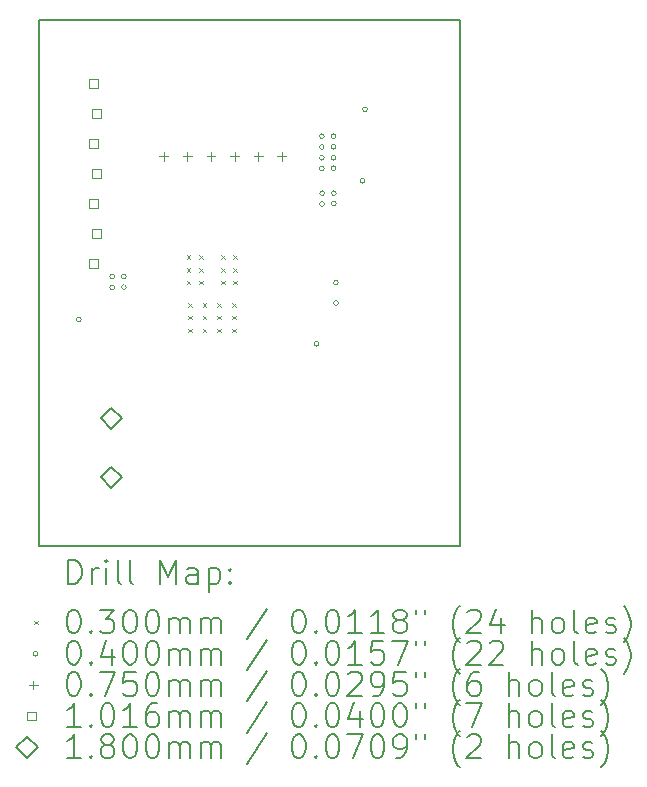
<source format=gbr>
%TF.GenerationSoftware,KiCad,Pcbnew,(6.0.7-1)-1*%
%TF.CreationDate,2022-08-20T15:23:22+08:00*%
%TF.ProjectId,VNH5050A (test),564e4835-3035-4304-9120-287465737429,rev?*%
%TF.SameCoordinates,Original*%
%TF.FileFunction,Drillmap*%
%TF.FilePolarity,Positive*%
%FSLAX45Y45*%
G04 Gerber Fmt 4.5, Leading zero omitted, Abs format (unit mm)*
G04 Created by KiCad (PCBNEW (6.0.7-1)-1) date 2022-08-20 15:23:22*
%MOMM*%
%LPD*%
G01*
G04 APERTURE LIST*
%ADD10C,0.200000*%
%ADD11C,0.030000*%
%ADD12C,0.040000*%
%ADD13C,0.075000*%
%ADD14C,0.101600*%
%ADD15C,0.180000*%
G04 APERTURE END LIST*
D10*
X14048740Y-7747000D02*
X17610740Y-7747000D01*
X17610740Y-7747000D02*
X17610740Y-12201000D01*
X17610740Y-12201000D02*
X14048740Y-12201000D01*
X14048740Y-12201000D02*
X14048740Y-7747000D01*
D11*
X15300201Y-9740100D02*
X15330201Y-9770100D01*
X15330201Y-9740100D02*
X15300201Y-9770100D01*
X15300201Y-9848400D02*
X15330201Y-9878400D01*
X15330201Y-9848400D02*
X15300201Y-9878400D01*
X15300201Y-9956700D02*
X15330201Y-9986700D01*
X15330201Y-9956700D02*
X15300201Y-9986700D01*
X15312076Y-10145100D02*
X15342076Y-10175100D01*
X15342076Y-10145100D02*
X15312076Y-10175100D01*
X15312076Y-10253400D02*
X15342076Y-10283400D01*
X15342076Y-10253400D02*
X15312076Y-10283400D01*
X15312076Y-10361700D02*
X15342076Y-10391700D01*
X15342076Y-10361700D02*
X15312076Y-10391700D01*
X15405201Y-9740100D02*
X15435201Y-9770100D01*
X15435201Y-9740100D02*
X15405201Y-9770100D01*
X15405201Y-9848400D02*
X15435201Y-9878400D01*
X15435201Y-9848400D02*
X15405201Y-9878400D01*
X15405201Y-9956700D02*
X15435201Y-9986700D01*
X15435201Y-9956700D02*
X15405201Y-9986700D01*
X15435826Y-10145100D02*
X15465826Y-10175100D01*
X15465826Y-10145100D02*
X15435826Y-10175100D01*
X15435826Y-10253400D02*
X15465826Y-10283400D01*
X15465826Y-10253400D02*
X15435826Y-10283400D01*
X15435826Y-10361700D02*
X15465826Y-10391700D01*
X15465826Y-10361700D02*
X15435826Y-10391700D01*
X15559576Y-10145100D02*
X15589576Y-10175100D01*
X15589576Y-10145100D02*
X15559576Y-10175100D01*
X15559576Y-10253400D02*
X15589576Y-10283400D01*
X15589576Y-10253400D02*
X15559576Y-10283400D01*
X15559576Y-10361700D02*
X15589576Y-10391700D01*
X15589576Y-10361700D02*
X15559576Y-10391700D01*
X15590201Y-9740100D02*
X15620201Y-9770100D01*
X15620201Y-9740100D02*
X15590201Y-9770100D01*
X15590201Y-9848400D02*
X15620201Y-9878400D01*
X15620201Y-9848400D02*
X15590201Y-9878400D01*
X15590201Y-9956700D02*
X15620201Y-9986700D01*
X15620201Y-9956700D02*
X15590201Y-9986700D01*
X15683326Y-10145100D02*
X15713326Y-10175100D01*
X15713326Y-10145100D02*
X15683326Y-10175100D01*
X15683326Y-10253400D02*
X15713326Y-10283400D01*
X15713326Y-10253400D02*
X15683326Y-10283400D01*
X15683326Y-10361700D02*
X15713326Y-10391700D01*
X15713326Y-10361700D02*
X15683326Y-10391700D01*
X15695201Y-9740100D02*
X15725201Y-9770100D01*
X15725201Y-9740100D02*
X15695201Y-9770100D01*
X15695201Y-9848400D02*
X15725201Y-9878400D01*
X15725201Y-9848400D02*
X15695201Y-9878400D01*
X15695201Y-9956700D02*
X15725201Y-9986700D01*
X15725201Y-9956700D02*
X15695201Y-9986700D01*
D12*
X14406680Y-10284340D02*
G75*
G03*
X14406680Y-10284340I-20000J0D01*
G01*
X14688620Y-9921120D02*
G75*
G03*
X14688620Y-9921120I-20000J0D01*
G01*
X14688620Y-10012560D02*
G75*
G03*
X14688620Y-10012560I-20000J0D01*
G01*
X14787680Y-9921120D02*
G75*
G03*
X14787680Y-9921120I-20000J0D01*
G01*
X14787680Y-10010020D02*
G75*
G03*
X14787680Y-10010020I-20000J0D01*
G01*
X16418360Y-10490080D02*
G75*
G03*
X16418360Y-10490080I-20000J0D01*
G01*
X16464080Y-8732400D02*
G75*
G03*
X16464080Y-8732400I-20000J0D01*
G01*
X16464080Y-8823840D02*
G75*
G03*
X16464080Y-8823840I-20000J0D01*
G01*
X16464080Y-8915280D02*
G75*
G03*
X16464080Y-8915280I-20000J0D01*
G01*
X16464080Y-9006720D02*
G75*
G03*
X16464080Y-9006720I-20000J0D01*
G01*
X16466620Y-9215000D02*
G75*
G03*
X16466620Y-9215000I-20000J0D01*
G01*
X16466620Y-9306440D02*
G75*
G03*
X16466620Y-9306440I-20000J0D01*
G01*
X16563140Y-8732400D02*
G75*
G03*
X16563140Y-8732400I-20000J0D01*
G01*
X16563140Y-8821300D02*
G75*
G03*
X16563140Y-8821300I-20000J0D01*
G01*
X16563140Y-8915280D02*
G75*
G03*
X16563140Y-8915280I-20000J0D01*
G01*
X16563140Y-9004180D02*
G75*
G03*
X16563140Y-9004180I-20000J0D01*
G01*
X16565680Y-9215000D02*
G75*
G03*
X16565680Y-9215000I-20000J0D01*
G01*
X16565680Y-9303900D02*
G75*
G03*
X16565680Y-9303900I-20000J0D01*
G01*
X16583460Y-9971920D02*
G75*
G03*
X16583460Y-9971920I-20000J0D01*
G01*
X16583460Y-10144640D02*
G75*
G03*
X16583460Y-10144640I-20000J0D01*
G01*
X16806980Y-9110860D02*
G75*
G03*
X16806980Y-9110860I-20000J0D01*
G01*
X16829840Y-8503800D02*
G75*
G03*
X16829840Y-8503800I-20000J0D01*
G01*
D13*
X15105880Y-8866240D02*
X15105880Y-8941240D01*
X15068380Y-8903740D02*
X15143380Y-8903740D01*
X15305880Y-8866240D02*
X15305880Y-8941240D01*
X15268380Y-8903740D02*
X15343380Y-8903740D01*
X15505880Y-8866240D02*
X15505880Y-8941240D01*
X15468380Y-8903740D02*
X15543380Y-8903740D01*
X15705880Y-8866240D02*
X15705880Y-8941240D01*
X15668380Y-8903740D02*
X15743380Y-8903740D01*
X15905880Y-8866240D02*
X15905880Y-8941240D01*
X15868380Y-8903740D02*
X15943380Y-8903740D01*
X16105880Y-8866240D02*
X16105880Y-8941240D01*
X16068380Y-8903740D02*
X16143380Y-8903740D01*
D14*
X14547061Y-8323821D02*
X14547061Y-8251979D01*
X14475219Y-8251979D01*
X14475219Y-8323821D01*
X14547061Y-8323821D01*
X14547061Y-8831821D02*
X14547061Y-8759979D01*
X14475219Y-8759979D01*
X14475219Y-8831821D01*
X14547061Y-8831821D01*
X14547061Y-9339821D02*
X14547061Y-9267979D01*
X14475219Y-9267979D01*
X14475219Y-9339821D01*
X14547061Y-9339821D01*
X14547061Y-9847821D02*
X14547061Y-9775979D01*
X14475219Y-9775979D01*
X14475219Y-9847821D01*
X14547061Y-9847821D01*
X14572461Y-8577821D02*
X14572461Y-8505979D01*
X14500619Y-8505979D01*
X14500619Y-8577821D01*
X14572461Y-8577821D01*
X14572461Y-9085821D02*
X14572461Y-9013979D01*
X14500619Y-9013979D01*
X14500619Y-9085821D01*
X14572461Y-9085821D01*
X14572461Y-9593821D02*
X14572461Y-9521979D01*
X14500619Y-9521979D01*
X14500619Y-9593821D01*
X14572461Y-9593821D01*
D15*
X14660880Y-11211460D02*
X14750880Y-11121460D01*
X14660880Y-11031460D01*
X14570880Y-11121460D01*
X14660880Y-11211460D01*
X14660880Y-11711460D02*
X14750880Y-11621460D01*
X14660880Y-11531460D01*
X14570880Y-11621460D01*
X14660880Y-11711460D01*
D10*
X14296359Y-12521476D02*
X14296359Y-12321476D01*
X14343978Y-12321476D01*
X14372549Y-12331000D01*
X14391597Y-12350048D01*
X14401121Y-12369095D01*
X14410645Y-12407190D01*
X14410645Y-12435762D01*
X14401121Y-12473857D01*
X14391597Y-12492905D01*
X14372549Y-12511952D01*
X14343978Y-12521476D01*
X14296359Y-12521476D01*
X14496359Y-12521476D02*
X14496359Y-12388143D01*
X14496359Y-12426238D02*
X14505883Y-12407190D01*
X14515407Y-12397667D01*
X14534454Y-12388143D01*
X14553502Y-12388143D01*
X14620168Y-12521476D02*
X14620168Y-12388143D01*
X14620168Y-12321476D02*
X14610645Y-12331000D01*
X14620168Y-12340524D01*
X14629692Y-12331000D01*
X14620168Y-12321476D01*
X14620168Y-12340524D01*
X14743978Y-12521476D02*
X14724930Y-12511952D01*
X14715407Y-12492905D01*
X14715407Y-12321476D01*
X14848740Y-12521476D02*
X14829692Y-12511952D01*
X14820168Y-12492905D01*
X14820168Y-12321476D01*
X15077311Y-12521476D02*
X15077311Y-12321476D01*
X15143978Y-12464333D01*
X15210645Y-12321476D01*
X15210645Y-12521476D01*
X15391597Y-12521476D02*
X15391597Y-12416714D01*
X15382073Y-12397667D01*
X15363026Y-12388143D01*
X15324930Y-12388143D01*
X15305883Y-12397667D01*
X15391597Y-12511952D02*
X15372549Y-12521476D01*
X15324930Y-12521476D01*
X15305883Y-12511952D01*
X15296359Y-12492905D01*
X15296359Y-12473857D01*
X15305883Y-12454809D01*
X15324930Y-12445286D01*
X15372549Y-12445286D01*
X15391597Y-12435762D01*
X15486835Y-12388143D02*
X15486835Y-12588143D01*
X15486835Y-12397667D02*
X15505883Y-12388143D01*
X15543978Y-12388143D01*
X15563026Y-12397667D01*
X15572549Y-12407190D01*
X15582073Y-12426238D01*
X15582073Y-12483381D01*
X15572549Y-12502428D01*
X15563026Y-12511952D01*
X15543978Y-12521476D01*
X15505883Y-12521476D01*
X15486835Y-12511952D01*
X15667788Y-12502428D02*
X15677311Y-12511952D01*
X15667788Y-12521476D01*
X15658264Y-12511952D01*
X15667788Y-12502428D01*
X15667788Y-12521476D01*
X15667788Y-12397667D02*
X15677311Y-12407190D01*
X15667788Y-12416714D01*
X15658264Y-12407190D01*
X15667788Y-12397667D01*
X15667788Y-12416714D01*
D11*
X14008740Y-12836000D02*
X14038740Y-12866000D01*
X14038740Y-12836000D02*
X14008740Y-12866000D01*
D10*
X14334454Y-12741476D02*
X14353502Y-12741476D01*
X14372549Y-12751000D01*
X14382073Y-12760524D01*
X14391597Y-12779571D01*
X14401121Y-12817667D01*
X14401121Y-12865286D01*
X14391597Y-12903381D01*
X14382073Y-12922428D01*
X14372549Y-12931952D01*
X14353502Y-12941476D01*
X14334454Y-12941476D01*
X14315407Y-12931952D01*
X14305883Y-12922428D01*
X14296359Y-12903381D01*
X14286835Y-12865286D01*
X14286835Y-12817667D01*
X14296359Y-12779571D01*
X14305883Y-12760524D01*
X14315407Y-12751000D01*
X14334454Y-12741476D01*
X14486835Y-12922428D02*
X14496359Y-12931952D01*
X14486835Y-12941476D01*
X14477311Y-12931952D01*
X14486835Y-12922428D01*
X14486835Y-12941476D01*
X14563026Y-12741476D02*
X14686835Y-12741476D01*
X14620168Y-12817667D01*
X14648740Y-12817667D01*
X14667788Y-12827190D01*
X14677311Y-12836714D01*
X14686835Y-12855762D01*
X14686835Y-12903381D01*
X14677311Y-12922428D01*
X14667788Y-12931952D01*
X14648740Y-12941476D01*
X14591597Y-12941476D01*
X14572549Y-12931952D01*
X14563026Y-12922428D01*
X14810645Y-12741476D02*
X14829692Y-12741476D01*
X14848740Y-12751000D01*
X14858264Y-12760524D01*
X14867788Y-12779571D01*
X14877311Y-12817667D01*
X14877311Y-12865286D01*
X14867788Y-12903381D01*
X14858264Y-12922428D01*
X14848740Y-12931952D01*
X14829692Y-12941476D01*
X14810645Y-12941476D01*
X14791597Y-12931952D01*
X14782073Y-12922428D01*
X14772549Y-12903381D01*
X14763026Y-12865286D01*
X14763026Y-12817667D01*
X14772549Y-12779571D01*
X14782073Y-12760524D01*
X14791597Y-12751000D01*
X14810645Y-12741476D01*
X15001121Y-12741476D02*
X15020168Y-12741476D01*
X15039216Y-12751000D01*
X15048740Y-12760524D01*
X15058264Y-12779571D01*
X15067788Y-12817667D01*
X15067788Y-12865286D01*
X15058264Y-12903381D01*
X15048740Y-12922428D01*
X15039216Y-12931952D01*
X15020168Y-12941476D01*
X15001121Y-12941476D01*
X14982073Y-12931952D01*
X14972549Y-12922428D01*
X14963026Y-12903381D01*
X14953502Y-12865286D01*
X14953502Y-12817667D01*
X14963026Y-12779571D01*
X14972549Y-12760524D01*
X14982073Y-12751000D01*
X15001121Y-12741476D01*
X15153502Y-12941476D02*
X15153502Y-12808143D01*
X15153502Y-12827190D02*
X15163026Y-12817667D01*
X15182073Y-12808143D01*
X15210645Y-12808143D01*
X15229692Y-12817667D01*
X15239216Y-12836714D01*
X15239216Y-12941476D01*
X15239216Y-12836714D02*
X15248740Y-12817667D01*
X15267788Y-12808143D01*
X15296359Y-12808143D01*
X15315407Y-12817667D01*
X15324930Y-12836714D01*
X15324930Y-12941476D01*
X15420168Y-12941476D02*
X15420168Y-12808143D01*
X15420168Y-12827190D02*
X15429692Y-12817667D01*
X15448740Y-12808143D01*
X15477311Y-12808143D01*
X15496359Y-12817667D01*
X15505883Y-12836714D01*
X15505883Y-12941476D01*
X15505883Y-12836714D02*
X15515407Y-12817667D01*
X15534454Y-12808143D01*
X15563026Y-12808143D01*
X15582073Y-12817667D01*
X15591597Y-12836714D01*
X15591597Y-12941476D01*
X15982073Y-12731952D02*
X15810645Y-12989095D01*
X16239216Y-12741476D02*
X16258264Y-12741476D01*
X16277311Y-12751000D01*
X16286835Y-12760524D01*
X16296359Y-12779571D01*
X16305883Y-12817667D01*
X16305883Y-12865286D01*
X16296359Y-12903381D01*
X16286835Y-12922428D01*
X16277311Y-12931952D01*
X16258264Y-12941476D01*
X16239216Y-12941476D01*
X16220168Y-12931952D01*
X16210645Y-12922428D01*
X16201121Y-12903381D01*
X16191597Y-12865286D01*
X16191597Y-12817667D01*
X16201121Y-12779571D01*
X16210645Y-12760524D01*
X16220168Y-12751000D01*
X16239216Y-12741476D01*
X16391597Y-12922428D02*
X16401121Y-12931952D01*
X16391597Y-12941476D01*
X16382073Y-12931952D01*
X16391597Y-12922428D01*
X16391597Y-12941476D01*
X16524930Y-12741476D02*
X16543978Y-12741476D01*
X16563026Y-12751000D01*
X16572549Y-12760524D01*
X16582073Y-12779571D01*
X16591597Y-12817667D01*
X16591597Y-12865286D01*
X16582073Y-12903381D01*
X16572549Y-12922428D01*
X16563026Y-12931952D01*
X16543978Y-12941476D01*
X16524930Y-12941476D01*
X16505883Y-12931952D01*
X16496359Y-12922428D01*
X16486835Y-12903381D01*
X16477311Y-12865286D01*
X16477311Y-12817667D01*
X16486835Y-12779571D01*
X16496359Y-12760524D01*
X16505883Y-12751000D01*
X16524930Y-12741476D01*
X16782073Y-12941476D02*
X16667788Y-12941476D01*
X16724930Y-12941476D02*
X16724930Y-12741476D01*
X16705883Y-12770048D01*
X16686835Y-12789095D01*
X16667788Y-12798619D01*
X16972550Y-12941476D02*
X16858264Y-12941476D01*
X16915407Y-12941476D02*
X16915407Y-12741476D01*
X16896359Y-12770048D01*
X16877311Y-12789095D01*
X16858264Y-12798619D01*
X17086835Y-12827190D02*
X17067788Y-12817667D01*
X17058264Y-12808143D01*
X17048740Y-12789095D01*
X17048740Y-12779571D01*
X17058264Y-12760524D01*
X17067788Y-12751000D01*
X17086835Y-12741476D01*
X17124930Y-12741476D01*
X17143978Y-12751000D01*
X17153502Y-12760524D01*
X17163026Y-12779571D01*
X17163026Y-12789095D01*
X17153502Y-12808143D01*
X17143978Y-12817667D01*
X17124930Y-12827190D01*
X17086835Y-12827190D01*
X17067788Y-12836714D01*
X17058264Y-12846238D01*
X17048740Y-12865286D01*
X17048740Y-12903381D01*
X17058264Y-12922428D01*
X17067788Y-12931952D01*
X17086835Y-12941476D01*
X17124930Y-12941476D01*
X17143978Y-12931952D01*
X17153502Y-12922428D01*
X17163026Y-12903381D01*
X17163026Y-12865286D01*
X17153502Y-12846238D01*
X17143978Y-12836714D01*
X17124930Y-12827190D01*
X17239216Y-12741476D02*
X17239216Y-12779571D01*
X17315407Y-12741476D02*
X17315407Y-12779571D01*
X17610645Y-13017667D02*
X17601121Y-13008143D01*
X17582073Y-12979571D01*
X17572550Y-12960524D01*
X17563026Y-12931952D01*
X17553502Y-12884333D01*
X17553502Y-12846238D01*
X17563026Y-12798619D01*
X17572550Y-12770048D01*
X17582073Y-12751000D01*
X17601121Y-12722428D01*
X17610645Y-12712905D01*
X17677311Y-12760524D02*
X17686835Y-12751000D01*
X17705883Y-12741476D01*
X17753502Y-12741476D01*
X17772550Y-12751000D01*
X17782073Y-12760524D01*
X17791597Y-12779571D01*
X17791597Y-12798619D01*
X17782073Y-12827190D01*
X17667788Y-12941476D01*
X17791597Y-12941476D01*
X17963026Y-12808143D02*
X17963026Y-12941476D01*
X17915407Y-12731952D02*
X17867788Y-12874809D01*
X17991597Y-12874809D01*
X18220169Y-12941476D02*
X18220169Y-12741476D01*
X18305883Y-12941476D02*
X18305883Y-12836714D01*
X18296359Y-12817667D01*
X18277311Y-12808143D01*
X18248740Y-12808143D01*
X18229692Y-12817667D01*
X18220169Y-12827190D01*
X18429692Y-12941476D02*
X18410645Y-12931952D01*
X18401121Y-12922428D01*
X18391597Y-12903381D01*
X18391597Y-12846238D01*
X18401121Y-12827190D01*
X18410645Y-12817667D01*
X18429692Y-12808143D01*
X18458264Y-12808143D01*
X18477311Y-12817667D01*
X18486835Y-12827190D01*
X18496359Y-12846238D01*
X18496359Y-12903381D01*
X18486835Y-12922428D01*
X18477311Y-12931952D01*
X18458264Y-12941476D01*
X18429692Y-12941476D01*
X18610645Y-12941476D02*
X18591597Y-12931952D01*
X18582073Y-12912905D01*
X18582073Y-12741476D01*
X18763026Y-12931952D02*
X18743978Y-12941476D01*
X18705883Y-12941476D01*
X18686835Y-12931952D01*
X18677311Y-12912905D01*
X18677311Y-12836714D01*
X18686835Y-12817667D01*
X18705883Y-12808143D01*
X18743978Y-12808143D01*
X18763026Y-12817667D01*
X18772550Y-12836714D01*
X18772550Y-12855762D01*
X18677311Y-12874809D01*
X18848740Y-12931952D02*
X18867788Y-12941476D01*
X18905883Y-12941476D01*
X18924930Y-12931952D01*
X18934454Y-12912905D01*
X18934454Y-12903381D01*
X18924930Y-12884333D01*
X18905883Y-12874809D01*
X18877311Y-12874809D01*
X18858264Y-12865286D01*
X18848740Y-12846238D01*
X18848740Y-12836714D01*
X18858264Y-12817667D01*
X18877311Y-12808143D01*
X18905883Y-12808143D01*
X18924930Y-12817667D01*
X19001121Y-13017667D02*
X19010645Y-13008143D01*
X19029692Y-12979571D01*
X19039216Y-12960524D01*
X19048740Y-12931952D01*
X19058264Y-12884333D01*
X19058264Y-12846238D01*
X19048740Y-12798619D01*
X19039216Y-12770048D01*
X19029692Y-12751000D01*
X19010645Y-12722428D01*
X19001121Y-12712905D01*
D12*
X14038740Y-13115000D02*
G75*
G03*
X14038740Y-13115000I-20000J0D01*
G01*
D10*
X14334454Y-13005476D02*
X14353502Y-13005476D01*
X14372549Y-13015000D01*
X14382073Y-13024524D01*
X14391597Y-13043571D01*
X14401121Y-13081667D01*
X14401121Y-13129286D01*
X14391597Y-13167381D01*
X14382073Y-13186428D01*
X14372549Y-13195952D01*
X14353502Y-13205476D01*
X14334454Y-13205476D01*
X14315407Y-13195952D01*
X14305883Y-13186428D01*
X14296359Y-13167381D01*
X14286835Y-13129286D01*
X14286835Y-13081667D01*
X14296359Y-13043571D01*
X14305883Y-13024524D01*
X14315407Y-13015000D01*
X14334454Y-13005476D01*
X14486835Y-13186428D02*
X14496359Y-13195952D01*
X14486835Y-13205476D01*
X14477311Y-13195952D01*
X14486835Y-13186428D01*
X14486835Y-13205476D01*
X14667788Y-13072143D02*
X14667788Y-13205476D01*
X14620168Y-12995952D02*
X14572549Y-13138809D01*
X14696359Y-13138809D01*
X14810645Y-13005476D02*
X14829692Y-13005476D01*
X14848740Y-13015000D01*
X14858264Y-13024524D01*
X14867788Y-13043571D01*
X14877311Y-13081667D01*
X14877311Y-13129286D01*
X14867788Y-13167381D01*
X14858264Y-13186428D01*
X14848740Y-13195952D01*
X14829692Y-13205476D01*
X14810645Y-13205476D01*
X14791597Y-13195952D01*
X14782073Y-13186428D01*
X14772549Y-13167381D01*
X14763026Y-13129286D01*
X14763026Y-13081667D01*
X14772549Y-13043571D01*
X14782073Y-13024524D01*
X14791597Y-13015000D01*
X14810645Y-13005476D01*
X15001121Y-13005476D02*
X15020168Y-13005476D01*
X15039216Y-13015000D01*
X15048740Y-13024524D01*
X15058264Y-13043571D01*
X15067788Y-13081667D01*
X15067788Y-13129286D01*
X15058264Y-13167381D01*
X15048740Y-13186428D01*
X15039216Y-13195952D01*
X15020168Y-13205476D01*
X15001121Y-13205476D01*
X14982073Y-13195952D01*
X14972549Y-13186428D01*
X14963026Y-13167381D01*
X14953502Y-13129286D01*
X14953502Y-13081667D01*
X14963026Y-13043571D01*
X14972549Y-13024524D01*
X14982073Y-13015000D01*
X15001121Y-13005476D01*
X15153502Y-13205476D02*
X15153502Y-13072143D01*
X15153502Y-13091190D02*
X15163026Y-13081667D01*
X15182073Y-13072143D01*
X15210645Y-13072143D01*
X15229692Y-13081667D01*
X15239216Y-13100714D01*
X15239216Y-13205476D01*
X15239216Y-13100714D02*
X15248740Y-13081667D01*
X15267788Y-13072143D01*
X15296359Y-13072143D01*
X15315407Y-13081667D01*
X15324930Y-13100714D01*
X15324930Y-13205476D01*
X15420168Y-13205476D02*
X15420168Y-13072143D01*
X15420168Y-13091190D02*
X15429692Y-13081667D01*
X15448740Y-13072143D01*
X15477311Y-13072143D01*
X15496359Y-13081667D01*
X15505883Y-13100714D01*
X15505883Y-13205476D01*
X15505883Y-13100714D02*
X15515407Y-13081667D01*
X15534454Y-13072143D01*
X15563026Y-13072143D01*
X15582073Y-13081667D01*
X15591597Y-13100714D01*
X15591597Y-13205476D01*
X15982073Y-12995952D02*
X15810645Y-13253095D01*
X16239216Y-13005476D02*
X16258264Y-13005476D01*
X16277311Y-13015000D01*
X16286835Y-13024524D01*
X16296359Y-13043571D01*
X16305883Y-13081667D01*
X16305883Y-13129286D01*
X16296359Y-13167381D01*
X16286835Y-13186428D01*
X16277311Y-13195952D01*
X16258264Y-13205476D01*
X16239216Y-13205476D01*
X16220168Y-13195952D01*
X16210645Y-13186428D01*
X16201121Y-13167381D01*
X16191597Y-13129286D01*
X16191597Y-13081667D01*
X16201121Y-13043571D01*
X16210645Y-13024524D01*
X16220168Y-13015000D01*
X16239216Y-13005476D01*
X16391597Y-13186428D02*
X16401121Y-13195952D01*
X16391597Y-13205476D01*
X16382073Y-13195952D01*
X16391597Y-13186428D01*
X16391597Y-13205476D01*
X16524930Y-13005476D02*
X16543978Y-13005476D01*
X16563026Y-13015000D01*
X16572549Y-13024524D01*
X16582073Y-13043571D01*
X16591597Y-13081667D01*
X16591597Y-13129286D01*
X16582073Y-13167381D01*
X16572549Y-13186428D01*
X16563026Y-13195952D01*
X16543978Y-13205476D01*
X16524930Y-13205476D01*
X16505883Y-13195952D01*
X16496359Y-13186428D01*
X16486835Y-13167381D01*
X16477311Y-13129286D01*
X16477311Y-13081667D01*
X16486835Y-13043571D01*
X16496359Y-13024524D01*
X16505883Y-13015000D01*
X16524930Y-13005476D01*
X16782073Y-13205476D02*
X16667788Y-13205476D01*
X16724930Y-13205476D02*
X16724930Y-13005476D01*
X16705883Y-13034048D01*
X16686835Y-13053095D01*
X16667788Y-13062619D01*
X16963026Y-13005476D02*
X16867788Y-13005476D01*
X16858264Y-13100714D01*
X16867788Y-13091190D01*
X16886835Y-13081667D01*
X16934454Y-13081667D01*
X16953502Y-13091190D01*
X16963026Y-13100714D01*
X16972550Y-13119762D01*
X16972550Y-13167381D01*
X16963026Y-13186428D01*
X16953502Y-13195952D01*
X16934454Y-13205476D01*
X16886835Y-13205476D01*
X16867788Y-13195952D01*
X16858264Y-13186428D01*
X17039216Y-13005476D02*
X17172550Y-13005476D01*
X17086835Y-13205476D01*
X17239216Y-13005476D02*
X17239216Y-13043571D01*
X17315407Y-13005476D02*
X17315407Y-13043571D01*
X17610645Y-13281667D02*
X17601121Y-13272143D01*
X17582073Y-13243571D01*
X17572550Y-13224524D01*
X17563026Y-13195952D01*
X17553502Y-13148333D01*
X17553502Y-13110238D01*
X17563026Y-13062619D01*
X17572550Y-13034048D01*
X17582073Y-13015000D01*
X17601121Y-12986428D01*
X17610645Y-12976905D01*
X17677311Y-13024524D02*
X17686835Y-13015000D01*
X17705883Y-13005476D01*
X17753502Y-13005476D01*
X17772550Y-13015000D01*
X17782073Y-13024524D01*
X17791597Y-13043571D01*
X17791597Y-13062619D01*
X17782073Y-13091190D01*
X17667788Y-13205476D01*
X17791597Y-13205476D01*
X17867788Y-13024524D02*
X17877311Y-13015000D01*
X17896359Y-13005476D01*
X17943978Y-13005476D01*
X17963026Y-13015000D01*
X17972550Y-13024524D01*
X17982073Y-13043571D01*
X17982073Y-13062619D01*
X17972550Y-13091190D01*
X17858264Y-13205476D01*
X17982073Y-13205476D01*
X18220169Y-13205476D02*
X18220169Y-13005476D01*
X18305883Y-13205476D02*
X18305883Y-13100714D01*
X18296359Y-13081667D01*
X18277311Y-13072143D01*
X18248740Y-13072143D01*
X18229692Y-13081667D01*
X18220169Y-13091190D01*
X18429692Y-13205476D02*
X18410645Y-13195952D01*
X18401121Y-13186428D01*
X18391597Y-13167381D01*
X18391597Y-13110238D01*
X18401121Y-13091190D01*
X18410645Y-13081667D01*
X18429692Y-13072143D01*
X18458264Y-13072143D01*
X18477311Y-13081667D01*
X18486835Y-13091190D01*
X18496359Y-13110238D01*
X18496359Y-13167381D01*
X18486835Y-13186428D01*
X18477311Y-13195952D01*
X18458264Y-13205476D01*
X18429692Y-13205476D01*
X18610645Y-13205476D02*
X18591597Y-13195952D01*
X18582073Y-13176905D01*
X18582073Y-13005476D01*
X18763026Y-13195952D02*
X18743978Y-13205476D01*
X18705883Y-13205476D01*
X18686835Y-13195952D01*
X18677311Y-13176905D01*
X18677311Y-13100714D01*
X18686835Y-13081667D01*
X18705883Y-13072143D01*
X18743978Y-13072143D01*
X18763026Y-13081667D01*
X18772550Y-13100714D01*
X18772550Y-13119762D01*
X18677311Y-13138809D01*
X18848740Y-13195952D02*
X18867788Y-13205476D01*
X18905883Y-13205476D01*
X18924930Y-13195952D01*
X18934454Y-13176905D01*
X18934454Y-13167381D01*
X18924930Y-13148333D01*
X18905883Y-13138809D01*
X18877311Y-13138809D01*
X18858264Y-13129286D01*
X18848740Y-13110238D01*
X18848740Y-13100714D01*
X18858264Y-13081667D01*
X18877311Y-13072143D01*
X18905883Y-13072143D01*
X18924930Y-13081667D01*
X19001121Y-13281667D02*
X19010645Y-13272143D01*
X19029692Y-13243571D01*
X19039216Y-13224524D01*
X19048740Y-13195952D01*
X19058264Y-13148333D01*
X19058264Y-13110238D01*
X19048740Y-13062619D01*
X19039216Y-13034048D01*
X19029692Y-13015000D01*
X19010645Y-12986428D01*
X19001121Y-12976905D01*
D13*
X14001240Y-13341500D02*
X14001240Y-13416500D01*
X13963740Y-13379000D02*
X14038740Y-13379000D01*
D10*
X14334454Y-13269476D02*
X14353502Y-13269476D01*
X14372549Y-13279000D01*
X14382073Y-13288524D01*
X14391597Y-13307571D01*
X14401121Y-13345667D01*
X14401121Y-13393286D01*
X14391597Y-13431381D01*
X14382073Y-13450428D01*
X14372549Y-13459952D01*
X14353502Y-13469476D01*
X14334454Y-13469476D01*
X14315407Y-13459952D01*
X14305883Y-13450428D01*
X14296359Y-13431381D01*
X14286835Y-13393286D01*
X14286835Y-13345667D01*
X14296359Y-13307571D01*
X14305883Y-13288524D01*
X14315407Y-13279000D01*
X14334454Y-13269476D01*
X14486835Y-13450428D02*
X14496359Y-13459952D01*
X14486835Y-13469476D01*
X14477311Y-13459952D01*
X14486835Y-13450428D01*
X14486835Y-13469476D01*
X14563026Y-13269476D02*
X14696359Y-13269476D01*
X14610645Y-13469476D01*
X14867788Y-13269476D02*
X14772549Y-13269476D01*
X14763026Y-13364714D01*
X14772549Y-13355190D01*
X14791597Y-13345667D01*
X14839216Y-13345667D01*
X14858264Y-13355190D01*
X14867788Y-13364714D01*
X14877311Y-13383762D01*
X14877311Y-13431381D01*
X14867788Y-13450428D01*
X14858264Y-13459952D01*
X14839216Y-13469476D01*
X14791597Y-13469476D01*
X14772549Y-13459952D01*
X14763026Y-13450428D01*
X15001121Y-13269476D02*
X15020168Y-13269476D01*
X15039216Y-13279000D01*
X15048740Y-13288524D01*
X15058264Y-13307571D01*
X15067788Y-13345667D01*
X15067788Y-13393286D01*
X15058264Y-13431381D01*
X15048740Y-13450428D01*
X15039216Y-13459952D01*
X15020168Y-13469476D01*
X15001121Y-13469476D01*
X14982073Y-13459952D01*
X14972549Y-13450428D01*
X14963026Y-13431381D01*
X14953502Y-13393286D01*
X14953502Y-13345667D01*
X14963026Y-13307571D01*
X14972549Y-13288524D01*
X14982073Y-13279000D01*
X15001121Y-13269476D01*
X15153502Y-13469476D02*
X15153502Y-13336143D01*
X15153502Y-13355190D02*
X15163026Y-13345667D01*
X15182073Y-13336143D01*
X15210645Y-13336143D01*
X15229692Y-13345667D01*
X15239216Y-13364714D01*
X15239216Y-13469476D01*
X15239216Y-13364714D02*
X15248740Y-13345667D01*
X15267788Y-13336143D01*
X15296359Y-13336143D01*
X15315407Y-13345667D01*
X15324930Y-13364714D01*
X15324930Y-13469476D01*
X15420168Y-13469476D02*
X15420168Y-13336143D01*
X15420168Y-13355190D02*
X15429692Y-13345667D01*
X15448740Y-13336143D01*
X15477311Y-13336143D01*
X15496359Y-13345667D01*
X15505883Y-13364714D01*
X15505883Y-13469476D01*
X15505883Y-13364714D02*
X15515407Y-13345667D01*
X15534454Y-13336143D01*
X15563026Y-13336143D01*
X15582073Y-13345667D01*
X15591597Y-13364714D01*
X15591597Y-13469476D01*
X15982073Y-13259952D02*
X15810645Y-13517095D01*
X16239216Y-13269476D02*
X16258264Y-13269476D01*
X16277311Y-13279000D01*
X16286835Y-13288524D01*
X16296359Y-13307571D01*
X16305883Y-13345667D01*
X16305883Y-13393286D01*
X16296359Y-13431381D01*
X16286835Y-13450428D01*
X16277311Y-13459952D01*
X16258264Y-13469476D01*
X16239216Y-13469476D01*
X16220168Y-13459952D01*
X16210645Y-13450428D01*
X16201121Y-13431381D01*
X16191597Y-13393286D01*
X16191597Y-13345667D01*
X16201121Y-13307571D01*
X16210645Y-13288524D01*
X16220168Y-13279000D01*
X16239216Y-13269476D01*
X16391597Y-13450428D02*
X16401121Y-13459952D01*
X16391597Y-13469476D01*
X16382073Y-13459952D01*
X16391597Y-13450428D01*
X16391597Y-13469476D01*
X16524930Y-13269476D02*
X16543978Y-13269476D01*
X16563026Y-13279000D01*
X16572549Y-13288524D01*
X16582073Y-13307571D01*
X16591597Y-13345667D01*
X16591597Y-13393286D01*
X16582073Y-13431381D01*
X16572549Y-13450428D01*
X16563026Y-13459952D01*
X16543978Y-13469476D01*
X16524930Y-13469476D01*
X16505883Y-13459952D01*
X16496359Y-13450428D01*
X16486835Y-13431381D01*
X16477311Y-13393286D01*
X16477311Y-13345667D01*
X16486835Y-13307571D01*
X16496359Y-13288524D01*
X16505883Y-13279000D01*
X16524930Y-13269476D01*
X16667788Y-13288524D02*
X16677311Y-13279000D01*
X16696359Y-13269476D01*
X16743978Y-13269476D01*
X16763026Y-13279000D01*
X16772549Y-13288524D01*
X16782073Y-13307571D01*
X16782073Y-13326619D01*
X16772549Y-13355190D01*
X16658264Y-13469476D01*
X16782073Y-13469476D01*
X16877311Y-13469476D02*
X16915407Y-13469476D01*
X16934454Y-13459952D01*
X16943978Y-13450428D01*
X16963026Y-13421857D01*
X16972550Y-13383762D01*
X16972550Y-13307571D01*
X16963026Y-13288524D01*
X16953502Y-13279000D01*
X16934454Y-13269476D01*
X16896359Y-13269476D01*
X16877311Y-13279000D01*
X16867788Y-13288524D01*
X16858264Y-13307571D01*
X16858264Y-13355190D01*
X16867788Y-13374238D01*
X16877311Y-13383762D01*
X16896359Y-13393286D01*
X16934454Y-13393286D01*
X16953502Y-13383762D01*
X16963026Y-13374238D01*
X16972550Y-13355190D01*
X17153502Y-13269476D02*
X17058264Y-13269476D01*
X17048740Y-13364714D01*
X17058264Y-13355190D01*
X17077311Y-13345667D01*
X17124930Y-13345667D01*
X17143978Y-13355190D01*
X17153502Y-13364714D01*
X17163026Y-13383762D01*
X17163026Y-13431381D01*
X17153502Y-13450428D01*
X17143978Y-13459952D01*
X17124930Y-13469476D01*
X17077311Y-13469476D01*
X17058264Y-13459952D01*
X17048740Y-13450428D01*
X17239216Y-13269476D02*
X17239216Y-13307571D01*
X17315407Y-13269476D02*
X17315407Y-13307571D01*
X17610645Y-13545667D02*
X17601121Y-13536143D01*
X17582073Y-13507571D01*
X17572550Y-13488524D01*
X17563026Y-13459952D01*
X17553502Y-13412333D01*
X17553502Y-13374238D01*
X17563026Y-13326619D01*
X17572550Y-13298048D01*
X17582073Y-13279000D01*
X17601121Y-13250428D01*
X17610645Y-13240905D01*
X17772550Y-13269476D02*
X17734454Y-13269476D01*
X17715407Y-13279000D01*
X17705883Y-13288524D01*
X17686835Y-13317095D01*
X17677311Y-13355190D01*
X17677311Y-13431381D01*
X17686835Y-13450428D01*
X17696359Y-13459952D01*
X17715407Y-13469476D01*
X17753502Y-13469476D01*
X17772550Y-13459952D01*
X17782073Y-13450428D01*
X17791597Y-13431381D01*
X17791597Y-13383762D01*
X17782073Y-13364714D01*
X17772550Y-13355190D01*
X17753502Y-13345667D01*
X17715407Y-13345667D01*
X17696359Y-13355190D01*
X17686835Y-13364714D01*
X17677311Y-13383762D01*
X18029692Y-13469476D02*
X18029692Y-13269476D01*
X18115407Y-13469476D02*
X18115407Y-13364714D01*
X18105883Y-13345667D01*
X18086835Y-13336143D01*
X18058264Y-13336143D01*
X18039216Y-13345667D01*
X18029692Y-13355190D01*
X18239216Y-13469476D02*
X18220169Y-13459952D01*
X18210645Y-13450428D01*
X18201121Y-13431381D01*
X18201121Y-13374238D01*
X18210645Y-13355190D01*
X18220169Y-13345667D01*
X18239216Y-13336143D01*
X18267788Y-13336143D01*
X18286835Y-13345667D01*
X18296359Y-13355190D01*
X18305883Y-13374238D01*
X18305883Y-13431381D01*
X18296359Y-13450428D01*
X18286835Y-13459952D01*
X18267788Y-13469476D01*
X18239216Y-13469476D01*
X18420169Y-13469476D02*
X18401121Y-13459952D01*
X18391597Y-13440905D01*
X18391597Y-13269476D01*
X18572550Y-13459952D02*
X18553502Y-13469476D01*
X18515407Y-13469476D01*
X18496359Y-13459952D01*
X18486835Y-13440905D01*
X18486835Y-13364714D01*
X18496359Y-13345667D01*
X18515407Y-13336143D01*
X18553502Y-13336143D01*
X18572550Y-13345667D01*
X18582073Y-13364714D01*
X18582073Y-13383762D01*
X18486835Y-13402809D01*
X18658264Y-13459952D02*
X18677311Y-13469476D01*
X18715407Y-13469476D01*
X18734454Y-13459952D01*
X18743978Y-13440905D01*
X18743978Y-13431381D01*
X18734454Y-13412333D01*
X18715407Y-13402809D01*
X18686835Y-13402809D01*
X18667788Y-13393286D01*
X18658264Y-13374238D01*
X18658264Y-13364714D01*
X18667788Y-13345667D01*
X18686835Y-13336143D01*
X18715407Y-13336143D01*
X18734454Y-13345667D01*
X18810645Y-13545667D02*
X18820169Y-13536143D01*
X18839216Y-13507571D01*
X18848740Y-13488524D01*
X18858264Y-13459952D01*
X18867788Y-13412333D01*
X18867788Y-13374238D01*
X18858264Y-13326619D01*
X18848740Y-13298048D01*
X18839216Y-13279000D01*
X18820169Y-13250428D01*
X18810645Y-13240905D01*
D14*
X14023861Y-13678921D02*
X14023861Y-13607079D01*
X13952019Y-13607079D01*
X13952019Y-13678921D01*
X14023861Y-13678921D01*
D10*
X14401121Y-13733476D02*
X14286835Y-13733476D01*
X14343978Y-13733476D02*
X14343978Y-13533476D01*
X14324930Y-13562048D01*
X14305883Y-13581095D01*
X14286835Y-13590619D01*
X14486835Y-13714428D02*
X14496359Y-13723952D01*
X14486835Y-13733476D01*
X14477311Y-13723952D01*
X14486835Y-13714428D01*
X14486835Y-13733476D01*
X14620168Y-13533476D02*
X14639216Y-13533476D01*
X14658264Y-13543000D01*
X14667788Y-13552524D01*
X14677311Y-13571571D01*
X14686835Y-13609667D01*
X14686835Y-13657286D01*
X14677311Y-13695381D01*
X14667788Y-13714428D01*
X14658264Y-13723952D01*
X14639216Y-13733476D01*
X14620168Y-13733476D01*
X14601121Y-13723952D01*
X14591597Y-13714428D01*
X14582073Y-13695381D01*
X14572549Y-13657286D01*
X14572549Y-13609667D01*
X14582073Y-13571571D01*
X14591597Y-13552524D01*
X14601121Y-13543000D01*
X14620168Y-13533476D01*
X14877311Y-13733476D02*
X14763026Y-13733476D01*
X14820168Y-13733476D02*
X14820168Y-13533476D01*
X14801121Y-13562048D01*
X14782073Y-13581095D01*
X14763026Y-13590619D01*
X15048740Y-13533476D02*
X15010645Y-13533476D01*
X14991597Y-13543000D01*
X14982073Y-13552524D01*
X14963026Y-13581095D01*
X14953502Y-13619190D01*
X14953502Y-13695381D01*
X14963026Y-13714428D01*
X14972549Y-13723952D01*
X14991597Y-13733476D01*
X15029692Y-13733476D01*
X15048740Y-13723952D01*
X15058264Y-13714428D01*
X15067788Y-13695381D01*
X15067788Y-13647762D01*
X15058264Y-13628714D01*
X15048740Y-13619190D01*
X15029692Y-13609667D01*
X14991597Y-13609667D01*
X14972549Y-13619190D01*
X14963026Y-13628714D01*
X14953502Y-13647762D01*
X15153502Y-13733476D02*
X15153502Y-13600143D01*
X15153502Y-13619190D02*
X15163026Y-13609667D01*
X15182073Y-13600143D01*
X15210645Y-13600143D01*
X15229692Y-13609667D01*
X15239216Y-13628714D01*
X15239216Y-13733476D01*
X15239216Y-13628714D02*
X15248740Y-13609667D01*
X15267788Y-13600143D01*
X15296359Y-13600143D01*
X15315407Y-13609667D01*
X15324930Y-13628714D01*
X15324930Y-13733476D01*
X15420168Y-13733476D02*
X15420168Y-13600143D01*
X15420168Y-13619190D02*
X15429692Y-13609667D01*
X15448740Y-13600143D01*
X15477311Y-13600143D01*
X15496359Y-13609667D01*
X15505883Y-13628714D01*
X15505883Y-13733476D01*
X15505883Y-13628714D02*
X15515407Y-13609667D01*
X15534454Y-13600143D01*
X15563026Y-13600143D01*
X15582073Y-13609667D01*
X15591597Y-13628714D01*
X15591597Y-13733476D01*
X15982073Y-13523952D02*
X15810645Y-13781095D01*
X16239216Y-13533476D02*
X16258264Y-13533476D01*
X16277311Y-13543000D01*
X16286835Y-13552524D01*
X16296359Y-13571571D01*
X16305883Y-13609667D01*
X16305883Y-13657286D01*
X16296359Y-13695381D01*
X16286835Y-13714428D01*
X16277311Y-13723952D01*
X16258264Y-13733476D01*
X16239216Y-13733476D01*
X16220168Y-13723952D01*
X16210645Y-13714428D01*
X16201121Y-13695381D01*
X16191597Y-13657286D01*
X16191597Y-13609667D01*
X16201121Y-13571571D01*
X16210645Y-13552524D01*
X16220168Y-13543000D01*
X16239216Y-13533476D01*
X16391597Y-13714428D02*
X16401121Y-13723952D01*
X16391597Y-13733476D01*
X16382073Y-13723952D01*
X16391597Y-13714428D01*
X16391597Y-13733476D01*
X16524930Y-13533476D02*
X16543978Y-13533476D01*
X16563026Y-13543000D01*
X16572549Y-13552524D01*
X16582073Y-13571571D01*
X16591597Y-13609667D01*
X16591597Y-13657286D01*
X16582073Y-13695381D01*
X16572549Y-13714428D01*
X16563026Y-13723952D01*
X16543978Y-13733476D01*
X16524930Y-13733476D01*
X16505883Y-13723952D01*
X16496359Y-13714428D01*
X16486835Y-13695381D01*
X16477311Y-13657286D01*
X16477311Y-13609667D01*
X16486835Y-13571571D01*
X16496359Y-13552524D01*
X16505883Y-13543000D01*
X16524930Y-13533476D01*
X16763026Y-13600143D02*
X16763026Y-13733476D01*
X16715407Y-13523952D02*
X16667788Y-13666809D01*
X16791597Y-13666809D01*
X16905883Y-13533476D02*
X16924930Y-13533476D01*
X16943978Y-13543000D01*
X16953502Y-13552524D01*
X16963026Y-13571571D01*
X16972550Y-13609667D01*
X16972550Y-13657286D01*
X16963026Y-13695381D01*
X16953502Y-13714428D01*
X16943978Y-13723952D01*
X16924930Y-13733476D01*
X16905883Y-13733476D01*
X16886835Y-13723952D01*
X16877311Y-13714428D01*
X16867788Y-13695381D01*
X16858264Y-13657286D01*
X16858264Y-13609667D01*
X16867788Y-13571571D01*
X16877311Y-13552524D01*
X16886835Y-13543000D01*
X16905883Y-13533476D01*
X17096359Y-13533476D02*
X17115407Y-13533476D01*
X17134454Y-13543000D01*
X17143978Y-13552524D01*
X17153502Y-13571571D01*
X17163026Y-13609667D01*
X17163026Y-13657286D01*
X17153502Y-13695381D01*
X17143978Y-13714428D01*
X17134454Y-13723952D01*
X17115407Y-13733476D01*
X17096359Y-13733476D01*
X17077311Y-13723952D01*
X17067788Y-13714428D01*
X17058264Y-13695381D01*
X17048740Y-13657286D01*
X17048740Y-13609667D01*
X17058264Y-13571571D01*
X17067788Y-13552524D01*
X17077311Y-13543000D01*
X17096359Y-13533476D01*
X17239216Y-13533476D02*
X17239216Y-13571571D01*
X17315407Y-13533476D02*
X17315407Y-13571571D01*
X17610645Y-13809667D02*
X17601121Y-13800143D01*
X17582073Y-13771571D01*
X17572550Y-13752524D01*
X17563026Y-13723952D01*
X17553502Y-13676333D01*
X17553502Y-13638238D01*
X17563026Y-13590619D01*
X17572550Y-13562048D01*
X17582073Y-13543000D01*
X17601121Y-13514428D01*
X17610645Y-13504905D01*
X17667788Y-13533476D02*
X17801121Y-13533476D01*
X17715407Y-13733476D01*
X18029692Y-13733476D02*
X18029692Y-13533476D01*
X18115407Y-13733476D02*
X18115407Y-13628714D01*
X18105883Y-13609667D01*
X18086835Y-13600143D01*
X18058264Y-13600143D01*
X18039216Y-13609667D01*
X18029692Y-13619190D01*
X18239216Y-13733476D02*
X18220169Y-13723952D01*
X18210645Y-13714428D01*
X18201121Y-13695381D01*
X18201121Y-13638238D01*
X18210645Y-13619190D01*
X18220169Y-13609667D01*
X18239216Y-13600143D01*
X18267788Y-13600143D01*
X18286835Y-13609667D01*
X18296359Y-13619190D01*
X18305883Y-13638238D01*
X18305883Y-13695381D01*
X18296359Y-13714428D01*
X18286835Y-13723952D01*
X18267788Y-13733476D01*
X18239216Y-13733476D01*
X18420169Y-13733476D02*
X18401121Y-13723952D01*
X18391597Y-13704905D01*
X18391597Y-13533476D01*
X18572550Y-13723952D02*
X18553502Y-13733476D01*
X18515407Y-13733476D01*
X18496359Y-13723952D01*
X18486835Y-13704905D01*
X18486835Y-13628714D01*
X18496359Y-13609667D01*
X18515407Y-13600143D01*
X18553502Y-13600143D01*
X18572550Y-13609667D01*
X18582073Y-13628714D01*
X18582073Y-13647762D01*
X18486835Y-13666809D01*
X18658264Y-13723952D02*
X18677311Y-13733476D01*
X18715407Y-13733476D01*
X18734454Y-13723952D01*
X18743978Y-13704905D01*
X18743978Y-13695381D01*
X18734454Y-13676333D01*
X18715407Y-13666809D01*
X18686835Y-13666809D01*
X18667788Y-13657286D01*
X18658264Y-13638238D01*
X18658264Y-13628714D01*
X18667788Y-13609667D01*
X18686835Y-13600143D01*
X18715407Y-13600143D01*
X18734454Y-13609667D01*
X18810645Y-13809667D02*
X18820169Y-13800143D01*
X18839216Y-13771571D01*
X18848740Y-13752524D01*
X18858264Y-13723952D01*
X18867788Y-13676333D01*
X18867788Y-13638238D01*
X18858264Y-13590619D01*
X18848740Y-13562048D01*
X18839216Y-13543000D01*
X18820169Y-13514428D01*
X18810645Y-13504905D01*
D15*
X13948740Y-13997000D02*
X14038740Y-13907000D01*
X13948740Y-13817000D01*
X13858740Y-13907000D01*
X13948740Y-13997000D01*
D10*
X14401121Y-13997476D02*
X14286835Y-13997476D01*
X14343978Y-13997476D02*
X14343978Y-13797476D01*
X14324930Y-13826048D01*
X14305883Y-13845095D01*
X14286835Y-13854619D01*
X14486835Y-13978428D02*
X14496359Y-13987952D01*
X14486835Y-13997476D01*
X14477311Y-13987952D01*
X14486835Y-13978428D01*
X14486835Y-13997476D01*
X14610645Y-13883190D02*
X14591597Y-13873667D01*
X14582073Y-13864143D01*
X14572549Y-13845095D01*
X14572549Y-13835571D01*
X14582073Y-13816524D01*
X14591597Y-13807000D01*
X14610645Y-13797476D01*
X14648740Y-13797476D01*
X14667788Y-13807000D01*
X14677311Y-13816524D01*
X14686835Y-13835571D01*
X14686835Y-13845095D01*
X14677311Y-13864143D01*
X14667788Y-13873667D01*
X14648740Y-13883190D01*
X14610645Y-13883190D01*
X14591597Y-13892714D01*
X14582073Y-13902238D01*
X14572549Y-13921286D01*
X14572549Y-13959381D01*
X14582073Y-13978428D01*
X14591597Y-13987952D01*
X14610645Y-13997476D01*
X14648740Y-13997476D01*
X14667788Y-13987952D01*
X14677311Y-13978428D01*
X14686835Y-13959381D01*
X14686835Y-13921286D01*
X14677311Y-13902238D01*
X14667788Y-13892714D01*
X14648740Y-13883190D01*
X14810645Y-13797476D02*
X14829692Y-13797476D01*
X14848740Y-13807000D01*
X14858264Y-13816524D01*
X14867788Y-13835571D01*
X14877311Y-13873667D01*
X14877311Y-13921286D01*
X14867788Y-13959381D01*
X14858264Y-13978428D01*
X14848740Y-13987952D01*
X14829692Y-13997476D01*
X14810645Y-13997476D01*
X14791597Y-13987952D01*
X14782073Y-13978428D01*
X14772549Y-13959381D01*
X14763026Y-13921286D01*
X14763026Y-13873667D01*
X14772549Y-13835571D01*
X14782073Y-13816524D01*
X14791597Y-13807000D01*
X14810645Y-13797476D01*
X15001121Y-13797476D02*
X15020168Y-13797476D01*
X15039216Y-13807000D01*
X15048740Y-13816524D01*
X15058264Y-13835571D01*
X15067788Y-13873667D01*
X15067788Y-13921286D01*
X15058264Y-13959381D01*
X15048740Y-13978428D01*
X15039216Y-13987952D01*
X15020168Y-13997476D01*
X15001121Y-13997476D01*
X14982073Y-13987952D01*
X14972549Y-13978428D01*
X14963026Y-13959381D01*
X14953502Y-13921286D01*
X14953502Y-13873667D01*
X14963026Y-13835571D01*
X14972549Y-13816524D01*
X14982073Y-13807000D01*
X15001121Y-13797476D01*
X15153502Y-13997476D02*
X15153502Y-13864143D01*
X15153502Y-13883190D02*
X15163026Y-13873667D01*
X15182073Y-13864143D01*
X15210645Y-13864143D01*
X15229692Y-13873667D01*
X15239216Y-13892714D01*
X15239216Y-13997476D01*
X15239216Y-13892714D02*
X15248740Y-13873667D01*
X15267788Y-13864143D01*
X15296359Y-13864143D01*
X15315407Y-13873667D01*
X15324930Y-13892714D01*
X15324930Y-13997476D01*
X15420168Y-13997476D02*
X15420168Y-13864143D01*
X15420168Y-13883190D02*
X15429692Y-13873667D01*
X15448740Y-13864143D01*
X15477311Y-13864143D01*
X15496359Y-13873667D01*
X15505883Y-13892714D01*
X15505883Y-13997476D01*
X15505883Y-13892714D02*
X15515407Y-13873667D01*
X15534454Y-13864143D01*
X15563026Y-13864143D01*
X15582073Y-13873667D01*
X15591597Y-13892714D01*
X15591597Y-13997476D01*
X15982073Y-13787952D02*
X15810645Y-14045095D01*
X16239216Y-13797476D02*
X16258264Y-13797476D01*
X16277311Y-13807000D01*
X16286835Y-13816524D01*
X16296359Y-13835571D01*
X16305883Y-13873667D01*
X16305883Y-13921286D01*
X16296359Y-13959381D01*
X16286835Y-13978428D01*
X16277311Y-13987952D01*
X16258264Y-13997476D01*
X16239216Y-13997476D01*
X16220168Y-13987952D01*
X16210645Y-13978428D01*
X16201121Y-13959381D01*
X16191597Y-13921286D01*
X16191597Y-13873667D01*
X16201121Y-13835571D01*
X16210645Y-13816524D01*
X16220168Y-13807000D01*
X16239216Y-13797476D01*
X16391597Y-13978428D02*
X16401121Y-13987952D01*
X16391597Y-13997476D01*
X16382073Y-13987952D01*
X16391597Y-13978428D01*
X16391597Y-13997476D01*
X16524930Y-13797476D02*
X16543978Y-13797476D01*
X16563026Y-13807000D01*
X16572549Y-13816524D01*
X16582073Y-13835571D01*
X16591597Y-13873667D01*
X16591597Y-13921286D01*
X16582073Y-13959381D01*
X16572549Y-13978428D01*
X16563026Y-13987952D01*
X16543978Y-13997476D01*
X16524930Y-13997476D01*
X16505883Y-13987952D01*
X16496359Y-13978428D01*
X16486835Y-13959381D01*
X16477311Y-13921286D01*
X16477311Y-13873667D01*
X16486835Y-13835571D01*
X16496359Y-13816524D01*
X16505883Y-13807000D01*
X16524930Y-13797476D01*
X16658264Y-13797476D02*
X16791597Y-13797476D01*
X16705883Y-13997476D01*
X16905883Y-13797476D02*
X16924930Y-13797476D01*
X16943978Y-13807000D01*
X16953502Y-13816524D01*
X16963026Y-13835571D01*
X16972550Y-13873667D01*
X16972550Y-13921286D01*
X16963026Y-13959381D01*
X16953502Y-13978428D01*
X16943978Y-13987952D01*
X16924930Y-13997476D01*
X16905883Y-13997476D01*
X16886835Y-13987952D01*
X16877311Y-13978428D01*
X16867788Y-13959381D01*
X16858264Y-13921286D01*
X16858264Y-13873667D01*
X16867788Y-13835571D01*
X16877311Y-13816524D01*
X16886835Y-13807000D01*
X16905883Y-13797476D01*
X17067788Y-13997476D02*
X17105883Y-13997476D01*
X17124930Y-13987952D01*
X17134454Y-13978428D01*
X17153502Y-13949857D01*
X17163026Y-13911762D01*
X17163026Y-13835571D01*
X17153502Y-13816524D01*
X17143978Y-13807000D01*
X17124930Y-13797476D01*
X17086835Y-13797476D01*
X17067788Y-13807000D01*
X17058264Y-13816524D01*
X17048740Y-13835571D01*
X17048740Y-13883190D01*
X17058264Y-13902238D01*
X17067788Y-13911762D01*
X17086835Y-13921286D01*
X17124930Y-13921286D01*
X17143978Y-13911762D01*
X17153502Y-13902238D01*
X17163026Y-13883190D01*
X17239216Y-13797476D02*
X17239216Y-13835571D01*
X17315407Y-13797476D02*
X17315407Y-13835571D01*
X17610645Y-14073667D02*
X17601121Y-14064143D01*
X17582073Y-14035571D01*
X17572550Y-14016524D01*
X17563026Y-13987952D01*
X17553502Y-13940333D01*
X17553502Y-13902238D01*
X17563026Y-13854619D01*
X17572550Y-13826048D01*
X17582073Y-13807000D01*
X17601121Y-13778428D01*
X17610645Y-13768905D01*
X17677311Y-13816524D02*
X17686835Y-13807000D01*
X17705883Y-13797476D01*
X17753502Y-13797476D01*
X17772550Y-13807000D01*
X17782073Y-13816524D01*
X17791597Y-13835571D01*
X17791597Y-13854619D01*
X17782073Y-13883190D01*
X17667788Y-13997476D01*
X17791597Y-13997476D01*
X18029692Y-13997476D02*
X18029692Y-13797476D01*
X18115407Y-13997476D02*
X18115407Y-13892714D01*
X18105883Y-13873667D01*
X18086835Y-13864143D01*
X18058264Y-13864143D01*
X18039216Y-13873667D01*
X18029692Y-13883190D01*
X18239216Y-13997476D02*
X18220169Y-13987952D01*
X18210645Y-13978428D01*
X18201121Y-13959381D01*
X18201121Y-13902238D01*
X18210645Y-13883190D01*
X18220169Y-13873667D01*
X18239216Y-13864143D01*
X18267788Y-13864143D01*
X18286835Y-13873667D01*
X18296359Y-13883190D01*
X18305883Y-13902238D01*
X18305883Y-13959381D01*
X18296359Y-13978428D01*
X18286835Y-13987952D01*
X18267788Y-13997476D01*
X18239216Y-13997476D01*
X18420169Y-13997476D02*
X18401121Y-13987952D01*
X18391597Y-13968905D01*
X18391597Y-13797476D01*
X18572550Y-13987952D02*
X18553502Y-13997476D01*
X18515407Y-13997476D01*
X18496359Y-13987952D01*
X18486835Y-13968905D01*
X18486835Y-13892714D01*
X18496359Y-13873667D01*
X18515407Y-13864143D01*
X18553502Y-13864143D01*
X18572550Y-13873667D01*
X18582073Y-13892714D01*
X18582073Y-13911762D01*
X18486835Y-13930809D01*
X18658264Y-13987952D02*
X18677311Y-13997476D01*
X18715407Y-13997476D01*
X18734454Y-13987952D01*
X18743978Y-13968905D01*
X18743978Y-13959381D01*
X18734454Y-13940333D01*
X18715407Y-13930809D01*
X18686835Y-13930809D01*
X18667788Y-13921286D01*
X18658264Y-13902238D01*
X18658264Y-13892714D01*
X18667788Y-13873667D01*
X18686835Y-13864143D01*
X18715407Y-13864143D01*
X18734454Y-13873667D01*
X18810645Y-14073667D02*
X18820169Y-14064143D01*
X18839216Y-14035571D01*
X18848740Y-14016524D01*
X18858264Y-13987952D01*
X18867788Y-13940333D01*
X18867788Y-13902238D01*
X18858264Y-13854619D01*
X18848740Y-13826048D01*
X18839216Y-13807000D01*
X18820169Y-13778428D01*
X18810645Y-13768905D01*
M02*

</source>
